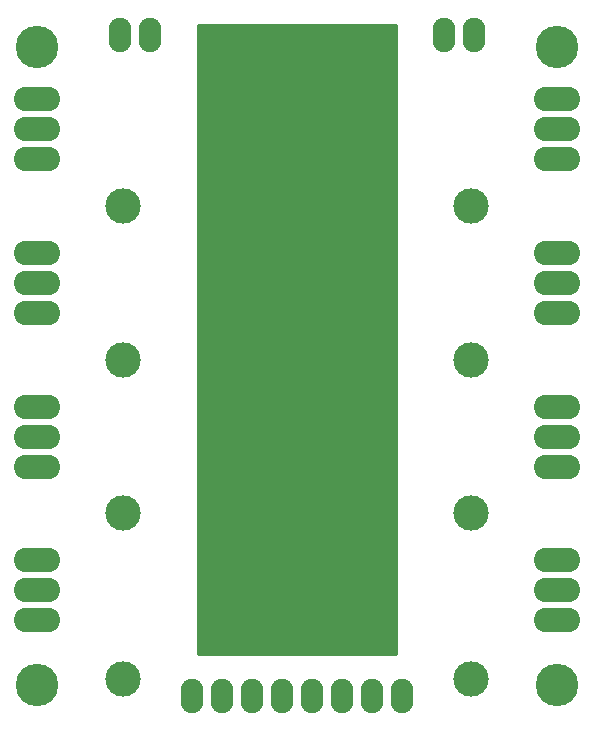
<source format=gbr>
G04 #@! TF.FileFunction,Soldermask,Top*
%FSLAX46Y46*%
G04 Gerber Fmt 4.6, Leading zero omitted, Abs format (unit mm)*
G04 Created by KiCad (PCBNEW 4.0.4-stable) date 01/02/18 12:20:26*
%MOMM*%
%LPD*%
G01*
G04 APERTURE LIST*
%ADD10C,0.100000*%
%ADD11O,3.900120X2.099260*%
%ADD12C,4.199840*%
%ADD13C,3.000000*%
%ADD14C,3.600000*%
%ADD15O,1.920000X2.920000*%
%ADD16C,0.254000*%
G04 APERTURE END LIST*
D10*
D11*
X177000000Y-80000000D03*
X177000000Y-82540000D03*
X177000000Y-77460000D03*
D12*
X159236000Y-80000000D03*
D11*
X133000000Y-93000000D03*
X133000000Y-90460000D03*
X133000000Y-95540000D03*
D12*
X150764000Y-93000000D03*
D11*
X177000000Y-93000000D03*
X177000000Y-95540000D03*
X177000000Y-90460000D03*
D12*
X159236000Y-93000000D03*
D11*
X133000000Y-80000000D03*
X133000000Y-77460000D03*
X133000000Y-82540000D03*
D12*
X150764000Y-80000000D03*
D13*
X169750000Y-86500000D03*
X169750000Y-99500000D03*
X169750000Y-112500000D03*
X169750000Y-126500000D03*
X140250000Y-126500000D03*
X140250000Y-112500000D03*
X140250000Y-99500000D03*
D14*
X133000000Y-127000000D03*
X177000000Y-127000000D03*
X177000000Y-73000000D03*
D15*
X140000000Y-72000000D03*
X142540000Y-72000000D03*
X170000000Y-72000000D03*
X167460000Y-72000000D03*
D14*
X133000000Y-73000000D03*
D13*
X140250000Y-86500000D03*
D11*
X177000000Y-119000000D03*
X177000000Y-121540000D03*
X177000000Y-116460000D03*
D12*
X159236000Y-119000000D03*
D11*
X177000000Y-106000000D03*
X177000000Y-108540000D03*
X177000000Y-103460000D03*
D12*
X159236000Y-106000000D03*
D11*
X133000000Y-106000000D03*
X133000000Y-103460000D03*
X133000000Y-108540000D03*
D12*
X150764000Y-106000000D03*
D11*
X133000000Y-119000000D03*
X133000000Y-116460000D03*
X133000000Y-121540000D03*
D12*
X150764000Y-119000000D03*
D15*
X146100000Y-128000000D03*
X148640000Y-128000000D03*
X151180000Y-128000000D03*
X153720000Y-128000000D03*
X156260000Y-128000000D03*
X158800000Y-128000000D03*
X161340000Y-128000000D03*
X163880000Y-128000000D03*
D16*
G36*
X163373000Y-124373000D02*
X146627000Y-124373000D01*
X146627000Y-71127000D01*
X163373000Y-71127000D01*
X163373000Y-124373000D01*
X163373000Y-124373000D01*
G37*
X163373000Y-124373000D02*
X146627000Y-124373000D01*
X146627000Y-71127000D01*
X163373000Y-71127000D01*
X163373000Y-124373000D01*
M02*

</source>
